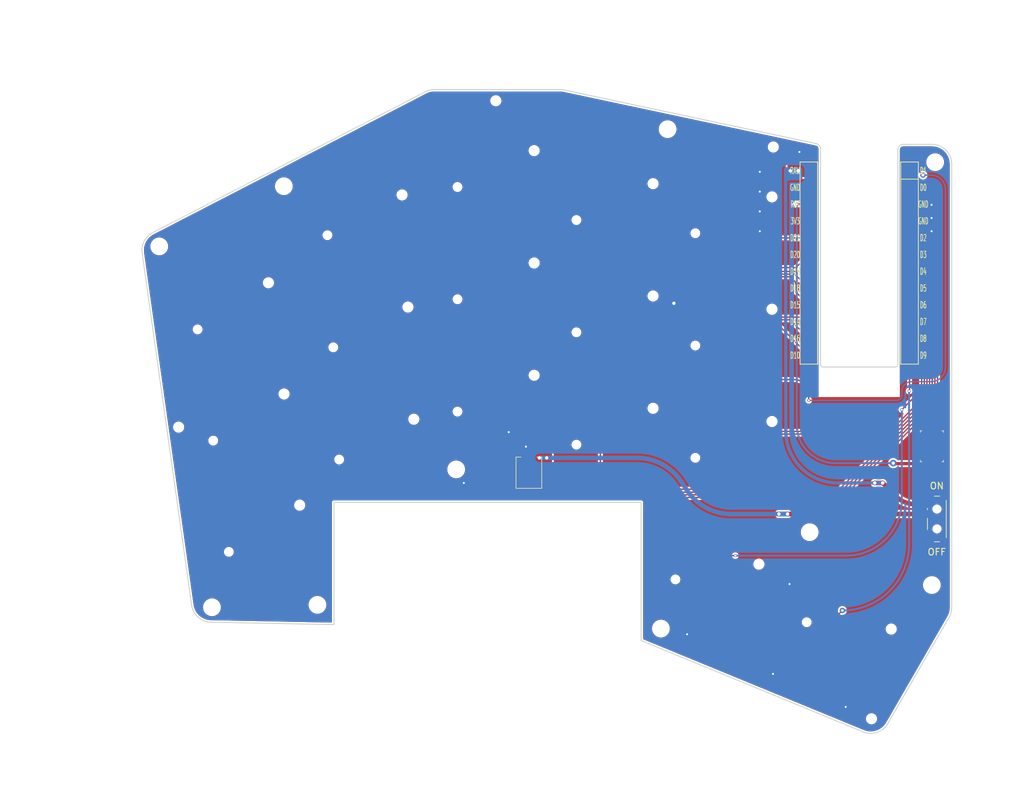
<source format=kicad_pcb>
(kicad_pcb (version 20241229) (generator "pcbnew") (generator_version "9.0")
  (title_block (title "slimsplaydy_left_unrouted") (date "2025-06-13") (rev "0.1") (company "huntercook"))
  (layers (0 "F.Cu" signal) (2 "B.Cu" signal) (13 "F.Paste" user) (15 "B.Paste" user) (5 "F.SilkS" user "F.Silkscreen") (7 "B.SilkS" user "B.Silkscreen") (1 "F.Mask" user) (3 "B.Mask" user) (25 "Edge.Cuts" user))
  (net 0 "")
  (net 1 "RAW")
  (net 2 "GND")
  (net 3 "RST")
  (net 5 "finger_inner_top")
  (net 6 "finger_index_top")
  (net 7 "finger_middle_top")
  (net 8 "finger_ring_top")
  (net 9 "finger_pinky_home")
  (net 10 "finger_ring_home")
  (net 11 "finger_middle_home")
  (net 12 "finger_index_home")
  (net 13 "finger_inner_home")
  (net 15 "finger_pinky_bottom")
  (net 16 "finger_ring_bottom")
  (net 17 "finger_middle_bottom")
  (net 18 "finger_index_bottom")
  (net 19 "finger_inner_bottom")
  (net 20 "finger_pinky_top")
  (net 21 "thumb_tucky_fan")
  (net 22 "thumb_reachy_fan")
  (net 24 "BAT_P")
  (footprint "PG1316S" (layer "F.Cu") (at 53.047877 -49.450245)
    (property "Reference" "S12" (hide yes))
    (property "Value" "PG1316S")
  )
  (footprint "ceoloide:mounting_hole_npth" (layer "F.Cu") (at -12.961811 -15.345405 8)
    (property "Reference" "MH2" (hide yes))
    (property "Value" "")
  )
  (footprint "ceoloide:mounting_hole_npth" (layer "F.Cu") (at 61.047877 -60.450245)
    (property "Reference" "MH15" (hide yes))
    (property "Value" "")
  )
  (footprint "ceoloide:mounting_hole_npth" (layer "F.Cu") (at 29.047876 -8.950245)
    (property "Reference" "MH10" (hide yes))
    (property "Value" "")
  )
  (footprint "PG1316S" (layer "F.Cu") (at 16.097398 -30.472188 3)
    (property "Reference" "S5" (hide yes))
    (property "Value" "PG1316S")
  )
  (footprint "PG1316S" (layer "F.Cu") (at 71.047877 -13.450245)
    (property "Reference" "S13" (hide yes))
    (property "Value" "PG1316S")
  )
  (footprint "ceoloide:mounting_hole_npth" (layer "F.Cu") (at -7.918395 11.918013 8)
    (property "Reference" "MH12" (hide yes))
    (property "Value" "")
  )
  (footprint "ceoloide:reset_switch_smd_side" (layer "F.Cu") (at 101.047877 -12.450245 -90)
    (property "Reference" "RST1" (hide yes))
    (property "Value" "Reset SW")
  )
  (footprint "PG1316S" (layer "F.Cu") (at 71.047877 -30.450245)
    (property "Reference" "S14" (hide yes))
    (property "Value" "PG1316S")
  )
  (footprint "Molex_Pico_EZMate_Plus_1x02" (layer "F.Cu") (at 40.047876 -8.450245)
    (property "Reference" "CONN1" (hide yes))
    (property "Value" "Battery Connector")
  )
  (footprint "PG1316S" (layer "F.Cu") (at 68.547877 6.549755 -15)
    (property "Reference" "S16" (hide yes))
    (property "Value" "PG1316S")
  )
  (footprint "PG1316S" (layer "F.Cu") (at 35.047876 -54.450245)
    (property "Reference" "S9" (hide yes))
    (property "Value" "PG1316S")
  )
  (footprint "PG1316S" (layer "F.Cu") (at 0 0 8)
    (property "Reference" "S1" (hide yes))
    (property "Value" "PG1316S")
  )
  (footprint "PG1316S" (layer "F.Cu") (at -4.731885 -33.669114 8)
    (property "Reference" "S3" (hide yes))
    (property "Value" "PG1316S")
  )
  (footprint "ceoloide:mounting_hole_npth" (layer "F.Cu") (at 60.034722 15.139062 -15)
    (property "Reference" "MH9" (hide yes))
    (property "Value" "")
  )
  (footprint "PG1316S" (layer "F.Cu") (at 15.207686 -47.44889 3)
    (property "Reference" "S6" (hide yes))
    (property "Value" "PG1316S")
  )
  (footprint "ceoloide:mounting_hole_npth" (layer "F.Cu") (at -15.89783 -42.703033 8)
    (property "Reference" "MH13" (hide yes))
    (property "Value" "")
  )
  (footprint "ceoloide:mounting_hole_npth" (layer "F.Cu") (at 90.047877 -21.450245)
    (property "Reference" "MH6" (hide yes))
    (property "Value" "")
  )
  (footprint "ceoloide:mounting_hole_npth" (layer "F.Cu") (at 101.547877 -55.450245)
    (property "Reference" "MH5" (hide yes))
    (property "Value" "")
  )
  (footprint "PG1316S" (layer "F.Cu") (at 35.047876 -37.450245)
    (property "Reference" "S8" (hide yes))
    (property "Value" "PG1316S")
  )
  (footprint "PG1316S" (layer "F.Cu") (at 35.047876 -20.450245)
    (property "Reference" "S7" (hide yes))
    (property "Value" "PG1316S")
  )
  (footprint "ceoloide:mounting_hole_npth" (layer "F.Cu") (at 2.962452 -51.814006 3)
    (property "Reference" "MH14" (hide yes))
    (property "Value" "")
  )
  (footprint "PG1316S" (layer "F.Cu") (at 71.047877 -47.450245)
    (property "Reference" "S15" (hide yes))
    (property "Value" "PG1316S")
  )
  (footprint "ceoloide:mounting_hole_npth" (layer "F.Cu") (at 82.547877 0.549755)
    (property "Reference" "MH7" (hide yes))
    (property "Value" "")
  )
  (footprint "ceoloide:mounting_hole_npth" (layer "F.Cu") (at 8.047876 11.549756)
    (property "Reference" "MH11" (hide yes))
    (property "Value" "")
  )
  (footprint "PG1316S" (layer "F.Cu") (at 53.047877 -15.450245)
    (property "Reference" "S10" (hide yes))
    (property "Value" "PG1316S")
  )
  (footprint "ceoloide:power_switch_smd_side" (layer "F.Cu") (at 101.797877 -1.450245)
    (property "Reference" "PWR1" (hide yes))
    (property "Value" "Power SW")
  )
  (footprint "ceoloide:mcu_nice_nano" (layer "F.Cu") (at 90.047877 -41.450245)
    (property "Reference" "MCU1" (hide yes))
    (property "Value" "nice_nano")
  )
  (footprint "PG1316S" (layer "F.Cu") (at 16.987109 -13.495486 3)
    (property "Reference" "S4" (hide yes))
    (property "Value" "PG1316S")
  )
  (footprint "PG1316S" (layer "F.Cu") (at -2.365943 -16.834557 8)
    (property "Reference" "S2" (hide yes))
    (property "Value" "PG1316S")
  )
  (footprint "PG1316S" (layer "F.Cu") (at 53.047877 -32.450245)
    (property "Reference" "S11" (hide yes))
    (property "Value" "PG1316S")
  )
  (footprint "ceoloide:mounting_hole_npth" (layer "F.Cu") (at 77.047877 -57.750245)
    (property "Reference" "MH4" (hide yes))
    (property "Value" "")
  )
  (footprint "ceoloide:mounting_hole_npth" (layer "F.Cu") (at 101.047877 8.549755)
    (property "Reference" "MH8" (hide yes))
    (property "Value" "")
  )
  (footprint "ceoloide:mounting_hole_npth" (layer "F.Cu") (at 35.047876 -64.750244)
    (property "Reference" "MH3" (hide yes))
    (property "Value" "")
  )
  (footprint "PG1316S" (layer "F.Cu") (at 88.498543 14.699368 -30)
    (property "Reference" "S17" (hide yes))
    (property "Value" "PG1316S")
  )
  (footprint "ceoloide:mounting_hole_npth" (layer "F.Cu") (at 91.908797 28.792635 -30)
    (property "Reference" "MH1" (hide yes))
    (property "Value" "")
  )
  (footprint "magsafe" (layer "B.Cu") (at 45.047877 -32.450245)
    (property "Reference" "MAG1" (hide yes))
    (property "Value" "")
  )
  (gr_arc (start 101.047877 -58.150245) (mid 103.169228 -57.271576) (end 104.047877 -55.150245) (stroke (width 0.15)) (layer "Edge.Cuts"))
  (gr_arc (start 94.385703 29.500432) (mid 92.755394 30.840913) (end 90.645777 30.775903) (stroke (width 0.15)) (layer "Edge.Cuts"))
  (gr_arc (start -18.484237 -41.705976) (mid -18.178284 -43.501382) (end -16.890158 -44.788947) (stroke (width 0.15)) (layer "Edge.Cuts"))
  (gr_line (start -10.994404 11.586957) (end -18.484237 -41.705976) (stroke (width 0.15)) (layer "Edge.Cuts"))
  (gr_line (start -16.890158 -44.788947) (end 24.400162 -66.115696) (stroke (width 0.15)) (layer "Edge.Cuts"))
  (gr_line (start 96.7 -58.150245) (end 101.047877 -58.150245) (stroke (width 0.15)) (layer "Edge.Cuts"))
  (gr_line (start 90.645777 30.775903) (end 57.047876 16.955536) (stroke (width 0.15)) (layer "Edge.Cuts"))
  (gr_line (start 104.047877 -55.150245) (end 104.047877 11.946544) (stroke (width 0.15)) (layer "Edge.Cuts"))
  (gr_line (start 10.547876 14.539434) (end -8.083261 14.168844) (stroke (width 0.15)) (layer "Edge.Cuts"))
  (gr_line (start 45.356657 -66.38453) (end 83.566516 -58.253254) (stroke (width 0.15)) (layer "Edge.Cuts"))
  (gr_arc (start 84.6 -24.450245) (mid 84.317173 -24.567405) (end 84.2 -24.850245) (stroke (width 0.15)) (layer "Edge.Cuts"))
  (gr_arc (start 95.9 -24.850245) (mid 95.782859 -24.567373) (end 95.5 -24.450245) (stroke (width 0.15)) (layer "Edge.Cuts"))
  (gr_line (start 84.2 -57.470776) (end 84.2 -24.850245) (stroke (width 0.15)) (layer "Edge.Cuts"))
  (gr_arc (start 83.566516 -58.253254) (mid 84.021777 -57.974158) (end 84.2 -57.470776) (stroke (width 0.15)) (layer "Edge.Cuts"))
  (gr_line (start 84.6 -24.450245) (end 95.5 -24.450245) (stroke (width 0.15)) (layer "Edge.Cuts"))
  (gr_arc (start -8.083261 14.168844) (mid -10.014194 13.413883) (end -10.994404 11.586957) (stroke (width 0.15)) (layer "Edge.Cuts"))
  (gr_line (start 10.547876 -3.950245) (end 57.047876 -3.950245) (stroke (width 0.15)) (layer "Edge.Cuts"))
  (gr_arc (start 104.047877 11.946544) (mid 103.945797 12.722423) (end 103.646546 13.445516) (stroke (width 0.15)) (layer "Edge.Cuts"))
  (gr_line (start 10.547876 14.539434) (end 10.547876 -3.950245) (stroke (width 0.15)) (layer "Edge.Cuts"))
  (gr_line (start 103.646546 13.445516) (end 94.385703 29.500432) (stroke (width 0.15)) (layer "Edge.Cuts"))
  (gr_line (start 25.776887 -66.450245) (end 44.732181 -66.450245) (stroke (width 0.15)) (layer "Edge.Cuts"))
  (gr_arc (start 95.9 -57.350245) (mid 96.13433 -57.915901) (end 96.7 -58.150245) (stroke (width 0.15)) (layer "Edge.Cuts"))
  (gr_arc (start 24.400162 -66.115696) (mid 25.068492 -66.365407) (end 25.776887 -66.450245) (stroke (width 0.15)) (layer "Edge.Cuts"))
  (gr_arc (start 44.732181 -66.450245) (mid 45.046143 -66.433773) (end 45.356657 -66.38453) (stroke (width 0.15)) (layer "Edge.Cuts"))
  (gr_line (start 95.9 -24.850245) (end 95.9 -57.350245) (stroke (width 0.15)) (layer "Edge.Cuts"))
  (gr_line (start 57.047876 -3.950245) (end 57.047876 16.955536) (stroke (width 0.15)) (layer "Edge.Cuts"))
  (segment (start 93.6 -6.9) (end 92.4 -6.9) (width 0.7) (layer "F.Cu") (net 1))
  (segment (start 93.6 -6.9) (end 95.628182 -4.871818) (width 0.7) (layer "F.Cu") (net 1))
  (segment (start 80.8 -54.150245) (end 82.427877 -54.150245) (width 0.7) (layer "F.Cu") (net 1))
  (segment (start 98.456609 -3.700245) (end 100.062877 -3.700245) (width 0.7) (layer "F.Cu") (net 1))
  (segment (start 80.8 -54.150245) (end 79.6 -54.15) (width 0.7) (layer "F.Cu") (net 1))
  (via (at 93.6 -6.9) (size 0.65) (drill 0.5) (layers "F.Cu" "B.Cu") (net 1))
  (via (at 79.6 -54.15) (size 0.65) (drill 0.5) (layers "F.Cu" "B.Cu") (net 1))
  (via (at 80.8 -54.150245) (size 0.65) (drill 0.5) (layers "F.Cu" "B.Cu") (net 1))
  (via (at 92.4 -6.9) (size 0.65) (drill 0.5) (layers "F.Cu" "B.Cu") (net 1))
  (arc (start 95.628182 -4.871818) (mid 96.925875 -4.004727) (end 98.456609 -3.700245) (width 0.7) (layer "F.Cu") (net 1))
  (segment (start 93.6 -6.9) (end 92.4 -6.9) (width 0.5) (layer "B.Cu") (net 1))
  (segment (start 78.9 -54.15) (end 80.8 -54.150245) (width 0.5) (layer "B.Cu") (net 1))
  (segment (start 78.941717 -14.727534) (end 78.9 -54.15) (width 0.5) (layer "B.Cu") (net 1))
  (segment (start 92.4 -6.9) (end 86.777558 -6.899992) (width 0.5) (layer "B.Cu") (net 1))
  (arc (start 78.941717 -14.727534) (mid 81.239712 -9.19212) (end 86.777558 -6.899992) (width 0.5) (layer "B.Cu") (net 1))
  (segment (start 39.547876 -12.347876) (end 39.6 -12.4) (width 0.2) (layer "F.Cu") (net 2))
  (segment (start 80.310245 -51.610245) (end 80.3 -51.6) (width 0.2) (layer "F.Cu") (net 2))
  (via (at 75 -54) (size 0.45) (drill 0.3) (layers "F.Cu" "B.Cu") (net 2))
  (via (at 75 -48) (size 0.45) (drill 0.3) (layers "F.Cu" "B.Cu") (net 2))
  (via (at 81 -57) (size 0.45) (drill 0.3) (layers "F.Cu" "B.Cu") (net 2))
  (via (at 101 -47) (size 0.45) (drill 0.3) (layers "F.Cu" "B.Cu") (net 2))
  (via (at 101 -45) (size 0.45) (drill 0.3) (layers "F.Cu" "B.Cu") (net 2))
  (via (at 62 -34.1) (size 1) (drill 0.5) (layers "F.Cu" "B.Cu") (net 2))
  (via (at 88 27) (size 0.45) (drill 0.3) (layers "F.Cu" "B.Cu") (net 2))
  (via (at 37 -14.6) (size 0.45) (drill 0.3) (layers "F.Cu" "B.Cu") (net 2))
  (via (at 39.6 -12.4) (size 0.45) (drill 0.3) (layers "F.Cu" "B.Cu") (net 2))
  (via (at 77 22) (size 0.45) (drill 0.3) (layers "F.Cu" "B.Cu") (net 2))
  (via (at 101 -49) (size 0.45) (drill 0.3) (layers "F.Cu" "B.Cu") (net 2))
  (via (at 30.2 -6.9) (size 0.45) (drill 0.3) (layers "F.Cu" "B.Cu") (net 2))
  (via (at 64 16) (size 0.45) (drill 0.3) (layers "F.Cu" "B.Cu") (net 2))
  (via (at 75 -51) (size 0.45) (drill 0.3) (layers "F.Cu" "B.Cu") (net 2))
  (via (at 79.5 8.4) (size 0.45) (drill 0.3) (layers "F.Cu" "B.Cu") (net 2))
  (via (at 75 -45) (size 0.45) (drill 0.3) (layers "F.Cu" "B.Cu") (net 2))
  (segment (start 95.274755 -9.825245) (end 100.197877 -9.825245) (width 0.5) (layer "F.Cu") (net 3))
  (segment (start 100.197877 -15.075245) (end 100.197877 -9.825245) (width 0.2) (layer "F.Cu") (net 3))
  (segment (start 95.2 -9.9) (end 95.274755 -9.825245) (width 0.2) (layer "F.Cu") (net 3))
  (segment (start 82.427877 -49.1) (end 80.6 -49.1) (width 0.36) (layer "F.Cu") (net 3))
  (via (at 95.2 -9.9) (size 1) (drill 0.5) (layers "F.Cu" "B.Cu") (net 3))
  (via (at 80.6 -49.1) (size 0.45) (drill 0.3) (layers "F.Cu" "B.Cu") (net 3))
  (segment (start 95.2 -9.9) (end 86.450864 -9.9) (width 0.3) (layer "B.Cu") (net 3))
  (segment (start 80.6 -49.1) (end 80.6 -15.750864) (width 0.3) (layer "B.Cu") (net 3))
  (segment (start 95.1 -9.8) (end 95.2 -9.9) (width 0.2) (layer "B.Cu") (net 3))
  (arc (start 86.450864 -9.9) (mid 82.313678 -11.613678) (end 80.6 -15.750864) (width 0.3) (layer "B.Cu") (net 3))
  (segment (start 75.34683 -43.54683) (end 75.173035 -43.373035) (width 0.2) (layer "F.Cu") (net 5))
  (segment (start 68.872877 -43.7) (end 68.872877 -44.800245) (width 0.2) (layer "F.Cu") (net 5))
  (segment (start 82.427877 -43.990245) (end 76.417329 -43.990245) (width 0.2) (layer "F.Cu") (net 5))
  (segment (start 74.031028 -42.9) (end 69.672877 -42.9) (width 0.2) (layer "F.Cu") (net 5))
  (arc (start 75.173035 -43.373035) (mid 74.649078 -43.022938) (end 74.031028 -42.9) (width 0.2) (layer "F.Cu") (net 5))
  (arc (start 68.872877 -43.7) (mid 69.107192 -43.134315) (end 69.672877 -42.9) (width 0.2) (layer "F.Cu") (net 5))
  (arc (start 76.417329 -43.990245) (mid 75.837979 -43.875005) (end 75.34683 -43.54683) (width 0.2) (layer "F.Cu") (net 5))
  (segment (start 56.173122 -41.5) (end 50.872877 -46.800245) (width 0.2) (layer "F.Cu") (net 6))
  (segment (start 80.477632 -39.5) (end 63.1 -39.5) (width 0.2) (layer "F.Cu") (net 6))
  (segment (start 82.427877 -41.450245) (end 80.477632 -39.5) (width 0.2) (layer "F.Cu") (net 6))
  (segment (start 61.1 -41.5) (end 56.173122 -41.5) (width 0.2) (layer "F.Cu") (net 6))
  (segment (start 63.1 -39.5) (end 61.1 -41.5) (width 0.2) (layer "F.Cu") (net 6))
  (segment (start 82.427877 -38.910245) (end 63.122655 -38.910245) (width 0.2) (layer "F.Cu") (net 7))
  (segment (start 49.2 -45.5) (end 39.173121 -45.5) (width 0.2) (layer "F.Cu") (net 7))
  (segment (start 63.122655 -38.910245) (end 60.9339 -41.099) (width 0.2) (layer "F.Cu") (net 7))
  (segment (start 53.601 -41.099) (end 49.2 -45.5) (width 0.2) (layer "F.Cu") (net 7))
  (segment (start 39.173121 -45.5) (end 32.872876 -51.800245) (width 0.2) (layer "F.Cu") (net 7))
  (segment (start 60.9339 -41.099) (end 53.601 -41.099) (width 0.2) (layer "F.Cu") (net 7))
  (segment (start 49.0339 -45.099) (end 36.801 -45.099) (width 0.2) (layer "F.Cu") (net 8))
  (segment (start 22.1 -48.2) (end 14.9 -48.2) (width 0.2) (layer "F.Cu") (net 8))
  (segment (start 36.801 -45.099) (end 31.2 -50.7) (width 0.2) (layer "F.Cu") (net 8))
  (segment (start 62.956555 -38.509245) (end 60.7678 -40.698) (width 0.2) (layer "F.Cu") (net 8))
  (segment (start 60.7678 -40.698) (end 53.4349 -40.698) (width 0.2) (layer "F.Cu") (net 8))
  (segment (start 80.288877 -38.509245) (end 62.956555 -38.509245) (width 0.2) (layer "F.Cu") (net 8))
  (segment (start 24.6 -50.7) (end 22.1 -48.2) (width 0.2) (layer "F.Cu") (net 8))
  (segment (start 14.9 -48.2) (end 13.174357 -46.474357) (width 0.2) (layer "F.Cu") (net 8))
  (segment (start 31.2 -50.7) (end 24.6 -50.7) (width 0.2) (layer "F.Cu") (net 8))
  (segment (start 13.174357 -46.474357) (end 13.174357 -44.688691) (width 0.2) (layer "F.Cu") (net 8))
  (segment (start 53.4349 -40.698) (end 49.0339 -45.099) (width 0.2) (layer "F.Cu") (net 8))
  (segment (start 82.427877 -36.370245) (end 80.288877 -38.509245) (width 0.2) (layer "F.Cu") (net 8))
  (segment (start 42.295397 -39.095397) (end -4.504603 -39.095397) (width 0.2) (layer "F.Cu") (net 9))
  (segment (start 79.591755 -38.108245) (end 62.790455 -38.108245) (width 0.2) (layer "F.Cu") (net 9))
  (segment (start 60.6017 -40.297) (end 53.2688 -40.297) (width 0.2) (layer "F.Cu") (net 9))
  (segment (start 82.427877 -33.830245) (end 80.4 -35.858122) (width 0.2) (layer "F.Cu") (net 9))
  (segment (start -13 -30.6) (end -13 -20.4) (width 0.2) (layer "F.Cu") (net 9))
  (segment (start 80.4 -35.858122) (end 80.4 -37.3) (width 0.2) (layer "F.Cu") (net 9))
  (segment (start 62.790455 -38.108245) (end 60.6017 -40.297) (width 0.2) (layer "F.Cu") (net 9))
  (segment (start 44.2 -41) (end 42.295397 -39.095397) (width 0.2) (layer "F.Cu") (net 9))
  (segment (start 52.5658 -41) (end 44.2 -41) (width 0.2) (layer "F.Cu") (net 9))
  (segment (start -13 -20.4) (end -6.507645 -13.907645) (width 0.2) (layer "F.Cu") (net 9))
  (segment (start 80.4 -37.3) (end 79.591755 -38.108245) (width 0.2) (layer "F.Cu") (net 9))
  (segment (start -4.504603 -39.095397) (end -13 -30.6) (width 0.2) (layer "F.Cu") (net 9))
  (segment (start 53.2688 -40.297) (end 52.5658 -41) (width 0.2) (layer "F.Cu") (net 9))
  (segment (start -6.507645 -13.907645) (end -4.150967 -13.907645) (width 0.2) (layer "F.Cu") (net 9))
  (segment (start 22.7 -31.4) (end 15.8 -31.4) (width 0.2) (layer "F.Cu") (net 10))
  (segment (start 57.8 -32) (end 55.4 -34.4) (width 0.2) (layer "F.Cu") (net 10))
  (segment (start 15.8 -31.4) (end 14.064069 -29.664069) (width 0.2) (layer "F.Cu") (net 10))
  (segment (start 41.501 -37.499) (end 28.799 -37.499) (width 0.2) (layer "F.Cu") (net 10))
  (segment (start 44.6 -34.4) (end 41.501 -37.499) (width 0.2) (layer "F.Cu") (net 10))
  (segment (start 55.4 -34.4) (end 44.6 -34.4) (width 0.2) (layer "F.Cu") (net 10))
  (segment (start 14.064069 -29.664069) (end 14.064069 -27.711989) (width 0.2) (layer "F.Cu") (net 10))
  (segment (start 82.427877 -31.290245) (end 81.718122 -32) (width 0.2) (layer "F.Cu") (net 10))
  (segment (start 81.718122 -32) (end 57.8 -32) (width 0.2) (layer "F.Cu") (net 10))
  (segment (start 28.799 -37.499) (end 22.7 -31.4) (width 0.2) (layer "F.Cu") (net 10))
  (segment (start 32.872876 -35.468876) (end 32.872876 -34.800245) (width 0.2) (layer "F.Cu") (net 11))
  (segment (start 44.33355 -33.96645) (end 41.202 -37.098) (width 0.2) (layer "F.Cu") (net 11))
  (segment (start 79.579122 -31.599) (end 57.6339 -31.599) (width 0.2) (layer "F.Cu") (net 11))
  (segment (start 55.26645 -33.96645) (end 44.33355 -33.96645) (width 0.2) (layer "F.Cu") (net 11))
  (segment (start 41.202 -37.098) (end 34.502 -37.098) (width 0.2) (layer "F.Cu") (net 11))
  (segment (start 34.502 -37.098) (end 32.872876 -35.468876) (width 0.2) (layer "F.Cu") (net 11))
  (segment (start 82.427877 -28.750245) (end 79.579122 -31.599) (width 0.2) (layer "F.Cu") (net 11))
  (segment (start 57.6339 -31.599) (end 55.26645 -33.96645) (width 0.2) (layer "F.Cu") (net 11))
  (segment (start 56.2829 -32.3829) (end 52.1829 -32.3829) (width 0.2) (layer "F.Cu") (net 12))
  (segment (start 50.872877 -31.072877) (end 50.872877 -29.800245) (width 0.2) (layer "F.Cu") (net 12))
  (segment (start 77.440122 -31.198) (end 57.4678 -31.198) (width 0.2) (layer "F.Cu") (net 12))
  (segment (start 52.1829 -32.3829) (end 50.872877 -31.072877) (width 0.2) (layer "F.Cu") (net 12))
  (segment (start 57.4678 -31.198) (end 56.2829 -32.3829) (width 0.2) (layer "F.Cu") (net 12))
  (segment (start 82.427877 -26.210245) (end 77.440122 -31.198) (width 0.2) (layer "F.Cu") (net 12))
  (segment (start 82.4 -20.35) (end 82.4 -19.4) (width 0.2) (layer "F.Cu") (net 13))
  (segment (start 97.667877 -54.150245) (end 99.049755 -54.150245) (width 0.2) (layer "F.Cu") (net 13))
  (segment (start 99.049755 -54.150245) (end 99.7 -53.5) (width 0.2) (layer "F.Cu") (net 13))
  (segment (start 68.872877 -28.772877) (end 68.872877 -27.800245) (width 0.2) (layer "F.Cu") (net 13))
  (segment (start 71.939359 -22.55) (end 80.2 -22.55) (width 0.2) (layer "F.Cu") (net 13))
  (segment (start 68.872877 -27.800245) (end 68.872877 -25.616482) (width 0.2) (layer "F.Cu") (net 13))
  (via (at 99.7 -53.5) (size 0.8) (drill 0.4) (layers "F.Cu" "B.Cu") (net 13))
  (via (at 82.4 -19.4) (size 0.45) (drill 0.3) (layers "F.Cu" "B.Cu") (net 13))
  (arc (start 71.939359 -22.55) (mid 69.771029 -23.448152) (end 68.872877 -25.616482) (width 0.2) (layer "F.Cu") (net 13))
  (arc (start 80.2 -22.55) (mid 81.755635 -21.905635) (end 82.4 -20.35) (width 0.2) (layer "F.Cu") (net 13))
  (segment (start 98.019651 -22.238656) (end 100.9 -22.238656) (width 0.2) (layer "B.Cu") (net 13))
  (segment (start 100.9 -53.5) (end 99.7 -53.5) (width 0.2) (layer "B.Cu") (net 13))
  (segment (start 103.1 -24.438656) (end 103.1 -51.3) (width 0.2) (layer "B.Cu") (net 13))
  (segment (start 82.4 -19.4) (end 95.7 -19.4) (width 0.2) (layer "B.Cu") (net 13))
  (segment (start 96.5 -20.2) (end 96.5 -20.719005) (width 0.2) (layer "B.Cu") (net 13))
  (arc (start 103.1 -51.3) (mid 102.455635 -52.855635) (end 100.9 -53.5) (width 0.2) (layer "B.Cu") (net 13))
  (arc (start 95.7 -19.4) (mid 96.265685 -19.634315) (end 96.5 -20.2) (width 0.2) (layer "B.Cu") (net 13))
  (arc (start 103.1 -24.438656) (mid 102.455635 -22.883021) (end 100.9 -22.238656) (width 0.2) (layer "B.Cu") (net 13))
  (arc (start 96.5 -20.719005) (mid 96.945095 -21.793561) (end 98.019651 -22.238656) (width 0.2) (layer "B.Cu") (net 13))
  (segment (start 97.667877 -43.990245) (end 99.109755 -43.990245) (width 0.2) (layer "F.Cu") (net 15))
  (segment (start 101.902 -37.1322) (end 101.902 -35.1993) (width 0.2) (layer "F.Cu") (net 15))
  (segment (start 101.904 -33.3644) (end 101.904 -31.3315) (width 0.2) (layer "F.Cu") (net 15))
  (segment (start 101.902 -35.1993) (end 101.903 -35.1983) (width 0.2) (layer "F.Cu") (net 15))
  (segment (start 101.906 -19.106) (end 87.5 -4.7) (width 0.2) (layer "F.Cu") (net 15))
  (segment (start 99.109755 -43.990245) (end 101.9 -41.2) (width 0.2) (layer "F.Cu") (net 15))
  (segment (start 101.9 -39.2671) (end 101.901 -39.2661) (width 0.2) (layer "F.Cu") (net 15))
  (segment (start 101.9 -41.2) (end 101.9 -39.2671) (width 0.2) (layer "F.Cu") (net 15))
  (segment (start 101.903 -35.1983) (end 101.903 -33.3654) (width 0.2) (layer "F.Cu") (net 15))
  (segment (start 101.906 -31.3295) (end 101.906 -19.106) (width 0.2) (layer "F.Cu") (net 15))
  (segment (start 101.904 -31.3315) (end 101.906 -31.3295) (width 0.2) (layer "F.Cu") (net 15))
  (segment (start 101.901 -39.2661) (end 101.901 -37.1332) (width 0.2) (layer "F.Cu") (net 15))
  (segment (start 101.901 -37.1332) (end 101.902 -37.1322) (width 0.2) (layer "F.Cu") (net 15))
  (segment (start -2.197467 -0.172339) (end -1.785024 2.926912) (width 0.2) (layer "F.Cu") (net 15))
  (segment (start 87.5 -4.7) (end 1.767577 -4.7) (width 0.2) (layer "F.Cu") (net 15))
  (segment (start 101.903 -33.3654) (end 101.904 -33.3644) (width 0.2) (layer "F.Cu") (net 15))
  (arc (start 1.767577 -4.7) (mid -1.241629 -3.335276) (end -2.197467 -0.172339) (width 0.2) (layer "F.Cu") (net 15))
  (segment (start 101.502 -33.1993) (end 101.503 -33.1983) (width 0.2) (layer "F.Cu") (net 16))
  (segment (start 101.5 -36.9671) (end 101.501 -36.9661) (width 0.2) (layer "F.Cu") (net 16))
  (segment (start 101.502 -35.0322) (end 101.502 -33.1993) (width 0.2) (layer "F.Cu") (net 16))
  (segment (start 97.667877 -41.450245) (end 99.149755 -41.450245) (width 0.2) (layer "F.Cu") (net 16))
  (segment (start 101.505 -31.1634) (end 101.505 -19.2721) (width 0.2) (layer "F.Cu") (net 16))
  (segment (start 101.501 -36.9661) (end 101.501 -35.0332) (width 0.2) (layer "F.Cu") (net 16))
  (segment (start 101.503 -33.1983) (end 101.503 -31.1654) (width 0.2) (layer "F.Cu") (net 16))
  (segment (start 87.3339 -5.101) (end 18.95378 -5.101) (width 0.2) (layer "F.Cu") (net 16))
  (segment (start 14.95378 -9.101) (end 14.95378 -10.735287) (width 0.2) (layer "F.Cu") (net 16))
  (segment (start 101.5 -39.1) (end 101.5 -36.9671) (width 0.2) (layer "F.Cu") (net 16))
  (segment (start 99.149755 -41.450245) (end 101.5 -39.1) (width 0.2) (layer "F.Cu") (net 16))
  (segment (start 101.505 -19.2721) (end 87.3339 -5.101) (width 0.2) (layer "F.Cu") (net 16))
  (segment (start 101.503 -31.1654) (end 101.505 -31.1634) (width 0.2) (layer "F.Cu") (net 16))
  (segment (start 101.501 -35.0332) (end 101.502 -35.0322) (width 0.2) (layer "F.Cu") (net 16))
  (arc (start 18.95378 -5.101) (mid 16.125353 -6.272573) (end 14.95378 -9.101) (width 0.2) (layer "F.Cu") (net 16))
  (segment (start 101.1 -34.8671) (end 101.101 -34.8661) (width 0.2) (layer "F.Cu") (net 17))
  (segment (start 101.1 -36.8) (end 101.1 -34.8671) (width 0.2) (layer "F.Cu") (net 17))
  (segment (start 101.101 -33.0332) (end 101.102 -33.0322) (width 0.2) (layer "F.Cu") (net 17))
  (segment (start 101.101 -34.8661) (end 101.101 -33.0332) (width 0.2) (layer "F.Cu") (net 17))
  (segment (start 32.9 -17.800245) (end 32.872876 -17.800245) (width 0.2) (layer "F.Cu") (net 17))
  (segment (start 101.104 -19.4382) (end 87.1678 -5.502) (width 0.2) (layer "F.Cu") (net 17))
  (segment (start 32.9 -9.502) (end 32.9 -17.800245) (width 0.2) (layer "F.Cu") (net 17))
  (segment (start 101.102 -33.0322) (end 101.102 -30.9993) (width 0.2) (layer "F.Cu") (net 17))
  (segment (start 98.989755 -38.910245) (end 101.1 -36.8) (width 0.2) (layer "F.Cu") (net 17))
  (segment (start 101.102 -30.9993) (end 101.104 -30.9973) (width 0.2) (layer "F.Cu") (net 17))
  (segment (start 101.104 -30.9973) (end 101.104 -19.4382) (width 0.2) (layer "F.Cu") (net 17))
  (segment (start 97.667877 -38.910245) (end 98.989755 -38.910245) (width 0.2) (layer "F.Cu") (net 17))
  (segment (start 87.1678 -5.502) (end 36.9 -5.502) (width 0.2) (layer "F.Cu") (net 17))
  (arc (start 32.9 -9.502) (mid 34.071573 -6.673573) (end 36.9 -5.502) (width 0.2) (layer "F.Cu") (net 17))
  (segment (start 50.872877 -9.95) (end 50.872877 -12.800245) (width 0.2) (layer "F.Cu") (net 18))
  (segment (start 100.703 -19.6043) (end 87.0487 -5.95) (width 0.2) (layer "F.Cu") (net 18))
  (segment (start 87.0487 -5.95) (end 54.872877 -5.95) (width 0.2) (layer "F.Cu") (net 18))
  (segment (start 100.7 -34.7) (end 100.7 -32.8671) (width 0.2) (layer "F.Cu") (net 18))
  (segment (start 100.7 -32.8671) (end 100.701 -32.8661) (width 0.2) (layer "F.Cu") (net 18))
  (segment (start 99.029755 -36.370245) (end 100.7 -34.7) (width 0.2) (layer "F.Cu") (net 18))
  (segment (start 100.701 -30.8332) (end 100.703 -30.8312) (width 0.2) (layer "F.Cu") (net 18))
  (segment (start 50.872877 -12.027123) (end 50.872877 -12.800245) (width 0.2) (layer "F.Cu") (net 18))
  (segment (start 100.703 -30.8312) (end 100.703 -19.6043) (width 0.2) (layer "F.Cu") (net 18))
  (segment (start 100.701 -32.8661) (end 100.701 -30.8332) (width 0.2) (layer "F.Cu") (net 18))
  (segment (start 97.667877 -36.370245) (end 99.029755 -36.370245) (width 0.2) (layer "F.Cu") (net 18))
  (arc (start 50.872877 -9.95) (mid 52.04445 -7.121573) (end 54.872877 -5.95) (width 0.2) (layer "F.Cu") (net 18))
  (segment (start 100.3 -32.7) (end 100.3 -30.6671) (width 0.2) (layer "F.Cu") (net 19))
  (segment (start 97.667877 -33.830245) (end 99.169755 -33.830245) (width 0.2) (layer "F.Cu") (net 19))
  (segment (start 94.8316 -14.3) (end 70.2 -14.3) (width 0.2) (layer "F.Cu") (net 19))
  (segment (start 100.3 -30.6671) (end 100.302 -30.6651) (width 0.2) (layer "F.Cu") (net 19))
  (segment (start 100.302 -30.6651) (end 100.302 -19.7704) (width 0.2) (layer "F.Cu") (net 19))
  (segment (start 100.302 -19.7704) (end 94.8316 -14.3) (width 0.2) (layer "F.Cu") (net 19))
  (segment (start 70.2 -14.3) (end 68.872877 -12.972877) (width 0.2) (layer "F.Cu") (net 19))
  (segment (start 99.169755 -33.830245) (end 100.3 -32.7) (width 0.2) (layer "F.Cu") (net 19))
  (segment (start 68.872877 -12.972877) (end 68.872877 -10.800245) (width 0.2) (layer "F.Cu") (net 19))
  (segment (start 37.5 -22.2) (end -0.4 -22.2) (width 0.2) (layer "F.Cu") (net 20))
  (segment (start -6.516909 -28.316909) (end -6.516909 -30.742202) (width 0.2) (layer "F.Cu") (net 20))
  (segment (start 99.901 -30.499) (end 99.901 -19.9365) (width 0.2) (layer "F.Cu") (net 20))
  (segment (start 99.901 -19.9365) (end 94.6655 -14.701) (width 0.2) (layer "F.Cu") (net 20))
  (segment (start 99.109755 -31.290245) (end 99.901 -30.499) (width 0.2) (layer "F.Cu") (net 20))
  (segment (start 94.6655 -14.701) (end 59.599 -14.701) (width 0.2) (layer "F.Cu") (net 20))
  (segment (start 56.2 -18.1) (end 41.6 -18.1) (width 0.2) (layer "F.Cu") (net 20))
  (segment (start 97.667877 -31.290245) (end 99.109755 -31.290245) (width 0.2) (layer "F.Cu") (net 20))
  (segment (start 59.599 -14.701) (end 56.2 -18.1) (width 0.2) (layer "F.Cu") (net 20))
  (segment (start 41.6 -18.1) (end 37.5 -22.2) (width 0.2) (layer "F.Cu") (net 20))
  (segment (start -0.4 -22.2) (end -6.516909 -28.316909) (width 0.2) (layer "F.Cu") (net 20))
  (segment (start 99.5 -21) (end 96.5 -18) (width 0.2) (layer "F.Cu") (net 21))
  (segment (start 70.207645 4.1) (end 65.761118 8.546527) (width 0.2) (layer "F.Cu") (net 21))
  (segment (start 99.5 -28.1) (end 99.5 -21) (width 0.2) (layer "F.Cu") (net 21))
  (segment (start 97.667877 -28.750245) (end 98.849755 -28.750245) (width 0.2) (layer "F.Cu") (net 21))
  (segment (start 98.849755 -28.750245) (end 99.5 -28.1) (width 0.2) (layer "F.Cu") (net 21))
  (segment (start 71.3 4.1) (end 70.207645 4.1) (width 0.2) (layer "F.Cu") (net 21))
  (via (at 71.3 4.1) (size 0.45) (drill 0.3) (layers "F.Cu" "B.Cu") (net 21))
  (via (at 96.5 -18) (size 0.45) (drill 0.3) (layers "F.Cu" "B.Cu") (net 21))
  (segment (start 88.095487 4.1) (end 71.3 4.1) (width 0.3) (layer "B.Cu") (net 21))
  (segment (start 96.5 -18) (end 96.5 -4.304513) (width 0.3) (layer "B.Cu") (net 21))
  (arc (start 88.095487 4.1) (mid 94.038375 1.638375) (end 96.5 -4.304513) (width 0.3) (layer "B.Cu") (net 21))
  (segment (start 97.667877 -26.210245) (end 97.667877 -20.867877) (width 0.2) (layer "F.Cu") (net 22))
  (segment (start 97.667877 -20.867877) (end 97.6 -20.8) (width 0.2) (layer "F.Cu") (net 22))
  (segment (start 87.5 12.4) (end 85.289938 14.610062) (width 0.2) (layer "F.Cu") (net 22))
  (segment (start 85.289938 14.610062) (end 85.289938 15.906835) (width 0.2) (layer "F.Cu") (net 22))
  (via (at 87.5 12.4) (size 0.8) (drill 0.4) (layers "F.Cu" "B.Cu") (net 22))
  (via (at 97.6 -20.8) (size 0.45) (drill 0.3) (layers "F.Cu" "B.Cu") (net 22))
  (segment (start 97.6 -20.8) (end 97.6 2.300003) (width 0.3) (layer "B.Cu") (net 22))
  (arc (start 87.5 12.4) (mid 94.641779 9.441779) (end 97.6 2.300003) (width 0.3) (layer "B.Cu") (net 22))
  (segment (start 77.900245 -2.200245) (end 79.2 -2.200245) (width 0.7) (layer "F.Cu") (net 24))
  (segment (start 79.2 -2.200245) (end 100.062877 -2.200245) (width 0.7) (layer "F.Cu") (net 24))
  (segment (start 77.9 -2.2) (end 77.900245 -2.200245) (width 0.2) (layer "F.Cu") (net 24))
  (via (at 79.2 -2.200245) (size 0.65) (drill 0.5) (layers "F.Cu" "B.Cu") (net 24))
  (via (at 77.9 -2.2) (size 0.65) (drill 0.5) (layers "F.Cu" "B.Cu") (net 24))
  (via (at 42.75 -10.699807) (size 0.65) (drill 0.5) (layers "F.Cu" "B.Cu") (net 24))
  (via (at 41.65 -10.7) (size 0.65) (drill 0.5) (layers "F.Cu" "B.Cu") (net 24))
  (segment (start 63.979013 -5.79882) (end 63.12264 -7.098672) (width 0.7) (layer "B.Cu") (net 24))
  (segment (start 42.75 -10.699807) (end 41.65 -10.7) (width 0.7) (layer "B.Cu") (net 24))
  (segment (start 79.2 -2.200245) (end 70.659652 -2.200082) (width 0.7) (layer "B.Cu") (net 24))
  (segment (start 56.437347 -10.697409) (end 42.75 -10.699807) (width 0.7) (layer "B.Cu") (net 24))
  (arc (start 63.12264 -7.098672) (mid 60.234106 -9.741635) (end 56.437347 -10.697409) (width 0.7) (layer "B.Cu") (net 24))
  (arc (start 70.659652 -2.200082) (mid 66.865498 -3.156961) (end 63.979013 -5.79882) (width 0.7) (layer "B.Cu") (net 24))
  (zone (net 24) (net_name "BAT_P") (layer "F.Cu") (priority 2) (connect_pads yes (clearance 0.28)) (min_thickness 0.25) (fill yes (thermal_gap 0.5) (thermal_bridge_width 0.5) (smoothing fillet) (radius 0.36))
    (polygon (pts (xy 40.197876 -11.090245) (xy 40.197876 -9.85) (xy 43.55 -9.85) (xy 43.55 -11.55) (xy 40.199012 -11.55)))
  )
  (zone (net 1) (net_name "RAW") (layer "F.Cu") (priority 3) (connect_pads yes (clearance 0.28)) (min_thickness 0.25) (fill yes (thermal_gap 0.5) (thermal_bridge_width 0.5) (smoothing fillet) (radius 0.36))
    (polygon (pts (xy 79.2 -53.2) (xy 83.3 -53.2) (xy 83.3 -55.2) (xy 79.2 -55.2)))
  )
  (zone (net 2) (net_name "GND") (layer "F.Cu") (connect_pads yes (clearance 0.28)) (min_thickness 0.25) (fill yes (thermal_gap 0.5) (thermal_bridge_width 0.5))
    (polygon (pts (xy 115 -80) (xy 115 40) (xy -40 40) (xy -40 -80)))
  )
  (zone (net 0) (net_name "") (layers "F.Cu" "B.Cu") (connect_pads yes (clearance 0)) (min_thickness 0.25)
    (keepout (tracks not_allowed) (vias not_allowed) (pads not_allowed) (copperpour not_allowed) (footprints allowed))
    (fill (thermal_gap 0.5) (thermal_bridge_width 0.5) (smoothing fillet) (radius 0.36))
    (polygon (pts (xy 83.9 -25.5) (xy 83.9 -19.9) (xy 96.2 -19.9) (xy 96.2 -25.5)))
  )
  (zone (net 1) (net_name "RAW") (layer "B.Cu") (priority 3) (connect_pads yes (clearance 0.28)) (min_thickness 0.25) (fill yes (thermal_gap 0.5) (thermal_bridge_width 0.5) (smoothing fillet) (radius 0.36))
    (polygon (pts (xy 78.65 -54.7) (xy 81.45 -54.7) (xy 81.45 -52.7) (xy 79.15 -52.7) (xy 79.15 -51.6) (xy 78.65 -51.6)))
  )
  (zone (net 2) (net_name "GND") (layer "B.Cu") (priority 1) (connect_pads (clearance 0.28)) (min_thickness 0.25) (fill yes (thermal_gap 0.5) (thermal_bridge_width 0.5))
    (polygon (pts (xy -40 -80) (xy 115 -80) (xy 115 40) (xy -40 40)))
  )
)
</source>
